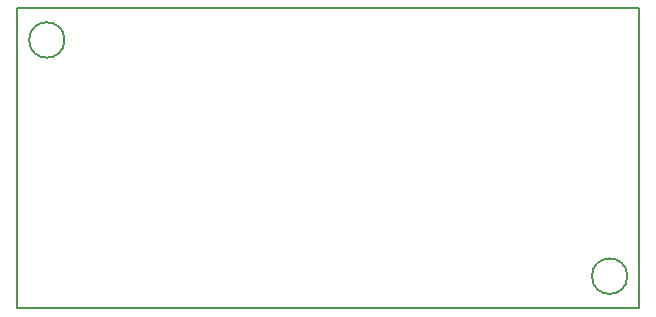
<source format=gm1>
G04 #@! TF.GenerationSoftware,KiCad,Pcbnew,(5.0.0)*
G04 #@! TF.CreationDate,2019-02-27T23:15:19+05:30*
G04 #@! TF.ProjectId,PCB,5043422E6B696361645F706362000000,rev?*
G04 #@! TF.SameCoordinates,Original*
G04 #@! TF.FileFunction,Profile,NP*
%FSLAX46Y46*%
G04 Gerber Fmt 4.6, Leading zero omitted, Abs format (unit mm)*
G04 Created by KiCad (PCBNEW (5.0.0)) date 02/27/19 23:15:19*
%MOMM*%
%LPD*%
G01*
G04 APERTURE LIST*
%ADD10C,0.150000*%
%ADD11C,0.200000*%
G04 APERTURE END LIST*
D10*
X119000000Y-130000000D02*
G75*
G03X119000000Y-130000000I-1500000J0D01*
G01*
D11*
X67310000Y-132715000D02*
X67310000Y-107315000D01*
X120015000Y-132715000D02*
X67310000Y-132715000D01*
X120015000Y-107315000D02*
X120015000Y-132715000D01*
X67310000Y-107315000D02*
X120015000Y-107315000D01*
D10*
X71350000Y-110000000D02*
G75*
G03X71350000Y-110000000I-1500000J0D01*
G01*
M02*

</source>
